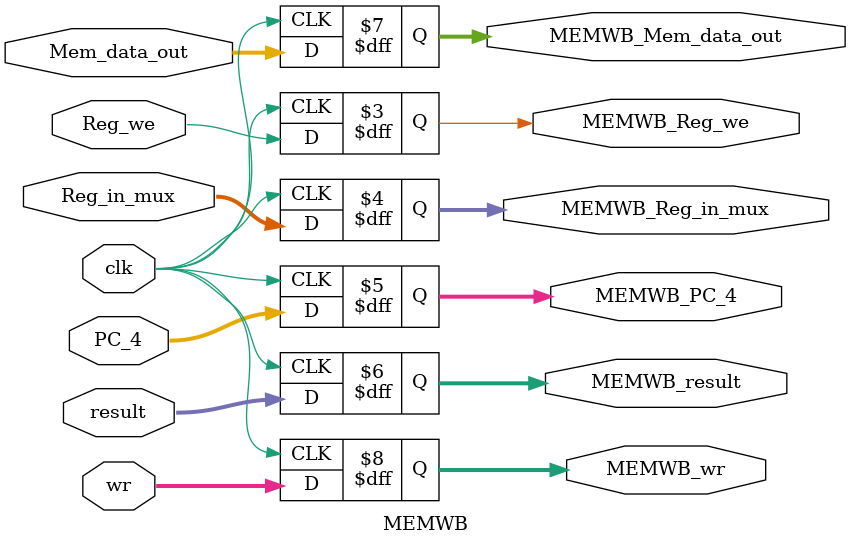
<source format=v>
`timescale 1ns / 1ps


module MEMWB(
    input clk,
    input Reg_we,
    input [1:0] Reg_in_mux,
    input [31:0] PC_4,
    input [31:0] result,
    input [31:0] Mem_data_out,
    input [4:0] wr,
    output reg MEMWB_Reg_we,
    output reg [1:0] MEMWB_Reg_in_mux,
    output reg [31:0] MEMWB_PC_4,
    output reg [31:0] MEMWB_result,
    output reg [31:0] MEMWB_Mem_data_out,
    output reg [4:0] MEMWB_wr
);

initial begin
    MEMWB_Reg_we <= 0;
    MEMWB_Reg_in_mux <= 0;
    MEMWB_PC_4 <= 0;
    MEMWB_result <= 0;
    MEMWB_Mem_data_out <= 0;
    MEMWB_wr <= 0;
end

always @(posedge clk) begin
    MEMWB_Reg_we <= Reg_we;
    MEMWB_Reg_in_mux <= Reg_in_mux;
    MEMWB_PC_4 <= PC_4;
    MEMWB_result <= result;
    MEMWB_Mem_data_out <= Mem_data_out;
    MEMWB_wr <= wr;
end

endmodule

</source>
